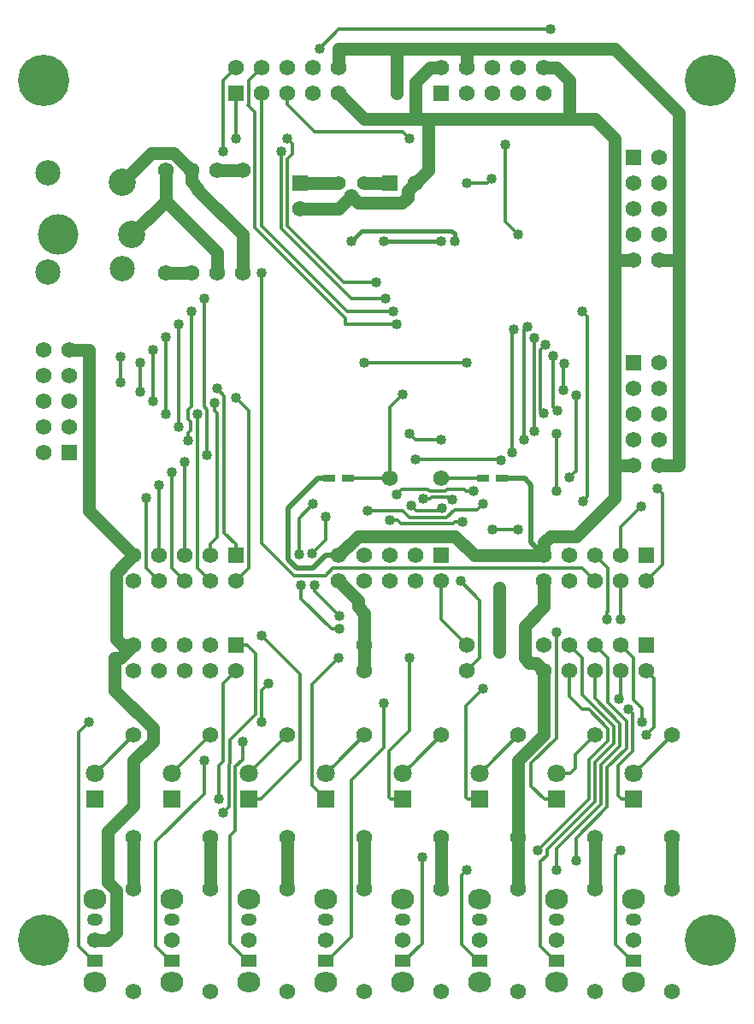
<source format=gbr>
G04 #@! TF.GenerationSoftware,KiCad,Pcbnew,(5.1.2)-2*
G04 #@! TF.CreationDate,2019-07-21T19:43:21-07:00*
G04 #@! TF.ProjectId,300-1004,3330302d-3130-4303-942e-6b696361645f,rev?*
G04 #@! TF.SameCoordinates,Original*
G04 #@! TF.FileFunction,Copper,L2,Bot*
G04 #@! TF.FilePolarity,Positive*
%FSLAX46Y46*%
G04 Gerber Fmt 4.6, Leading zero omitted, Abs format (unit mm)*
G04 Created by KiCad (PCBNEW (5.1.2)-2) date 2019-07-21 19:43:21*
%MOMM*%
%LPD*%
G04 APERTURE LIST*
%ADD10C,1.574800*%
%ADD11C,5.080000*%
%ADD12R,1.200000X0.750000*%
%ADD13O,2.286000X2.000000*%
%ADD14O,1.574800X1.200000*%
%ADD15R,1.574800X1.200000*%
%ADD16R,1.574800X1.574800*%
%ADD17C,1.800000*%
%ADD18R,1.800000X1.800000*%
%ADD19C,2.500000*%
%ADD20C,4.000000*%
%ADD21C,2.700000*%
%ADD22C,1.397000*%
%ADD23C,1.016000*%
%ADD24C,1.270000*%
%ADD25C,0.381000*%
%ADD26C,0.508000*%
%ADD27C,0.304800*%
G04 APERTURE END LIST*
D10*
X158750000Y-107950000D03*
X148590000Y-107950000D03*
X158750000Y-110490000D03*
X148590000Y-110490000D03*
D11*
X182880000Y-52070000D03*
X182880000Y-137160000D03*
X116840000Y-137160000D03*
D12*
X147000000Y-91440000D03*
X145100000Y-91440000D03*
X160340000Y-91440000D03*
X162240000Y-91440000D03*
D11*
X116840000Y-52070000D03*
D13*
X175260000Y-133045200D03*
X175260000Y-141274800D03*
D14*
X175260000Y-135153400D03*
D10*
X175260000Y-137160000D03*
D15*
X175260000Y-139166600D03*
D13*
X167640000Y-133045200D03*
X167640000Y-141274800D03*
D14*
X167640000Y-135153400D03*
D10*
X167640000Y-137160000D03*
D15*
X167640000Y-139166600D03*
D13*
X160020000Y-133045200D03*
X160020000Y-141274800D03*
D14*
X160020000Y-135153400D03*
D10*
X160020000Y-137160000D03*
D15*
X160020000Y-139166600D03*
D13*
X152400000Y-133045200D03*
X152400000Y-141274800D03*
D14*
X152400000Y-135153400D03*
D10*
X152400000Y-137160000D03*
D15*
X152400000Y-139166600D03*
D13*
X144780000Y-133045200D03*
X144780000Y-141274800D03*
D14*
X144780000Y-135153400D03*
D10*
X144780000Y-137160000D03*
D15*
X144780000Y-139166600D03*
D13*
X137160000Y-133045200D03*
X137160000Y-141274800D03*
D14*
X137160000Y-135153400D03*
D10*
X137160000Y-137160000D03*
D15*
X137160000Y-139166600D03*
D13*
X129540000Y-133045200D03*
X129540000Y-141274800D03*
D14*
X129540000Y-135153400D03*
D10*
X129540000Y-137160000D03*
D15*
X129540000Y-139166600D03*
D13*
X121920000Y-133045200D03*
X121920000Y-141274800D03*
D14*
X121920000Y-135153400D03*
D10*
X121920000Y-137160000D03*
D15*
X121920000Y-139166600D03*
D10*
X179070000Y-127000000D03*
X179070000Y-116840000D03*
X171450000Y-127000000D03*
X171450000Y-116840000D03*
X163830000Y-127000000D03*
X163830000Y-116840000D03*
X156210000Y-127000000D03*
X156210000Y-116840000D03*
X148590000Y-127000000D03*
X148590000Y-116840000D03*
X140970000Y-127000000D03*
X140970000Y-116840000D03*
X133350000Y-127000000D03*
X133350000Y-116840000D03*
X125730000Y-127000000D03*
X125730000Y-116840000D03*
X179070000Y-142240000D03*
X179070000Y-132080000D03*
X171450000Y-142240000D03*
X171450000Y-132080000D03*
X163830000Y-142240000D03*
X163830000Y-132080000D03*
X156210000Y-142240000D03*
X156210000Y-132080000D03*
X148590000Y-142240000D03*
X148590000Y-132080000D03*
X140970000Y-142240000D03*
X140970000Y-132080000D03*
X133350000Y-142240000D03*
X133350000Y-132080000D03*
X125730000Y-142240000D03*
X125730000Y-132080000D03*
X125730000Y-110490000D03*
X125730000Y-107950000D03*
X128270000Y-110490000D03*
X128270000Y-107950000D03*
X130810000Y-110490000D03*
X130810000Y-107950000D03*
X133350000Y-110490000D03*
X133350000Y-107950000D03*
X135890000Y-110490000D03*
D16*
X135890000Y-107950000D03*
D10*
X166370000Y-110490000D03*
X166370000Y-107950000D03*
X168910000Y-110490000D03*
X168910000Y-107950000D03*
X171450000Y-110490000D03*
X171450000Y-107950000D03*
X173990000Y-110490000D03*
X173990000Y-107950000D03*
X176530000Y-110490000D03*
D16*
X176530000Y-107950000D03*
D17*
X175260000Y-120650000D03*
D18*
X175260000Y-123190000D03*
D17*
X167640000Y-120650000D03*
D18*
X167640000Y-123190000D03*
D17*
X160020000Y-120650000D03*
D18*
X160020000Y-123190000D03*
D17*
X152400000Y-120650000D03*
D18*
X152400000Y-123190000D03*
D17*
X144780000Y-120650000D03*
D18*
X144780000Y-123190000D03*
D17*
X137160000Y-120650000D03*
D18*
X137160000Y-123190000D03*
D17*
X129540000Y-120650000D03*
D18*
X129540000Y-123190000D03*
D17*
X121920000Y-120650000D03*
D18*
X121920000Y-123190000D03*
D19*
X124600000Y-70710000D03*
X117300000Y-61210000D03*
X117300000Y-71010000D03*
D20*
X118300000Y-67310000D03*
D21*
X124600000Y-62110000D03*
X125550000Y-67310000D03*
D10*
X151130000Y-91440000D03*
X156210000Y-91440000D03*
D22*
X146050000Y-62230000D03*
X147320000Y-63500000D03*
X148590000Y-62230000D03*
D10*
X116840000Y-78740000D03*
X119380000Y-78740000D03*
X116840000Y-81280000D03*
X119380000Y-81280000D03*
X116840000Y-83820000D03*
X119380000Y-83820000D03*
X116840000Y-86360000D03*
X119380000Y-86360000D03*
X116840000Y-88900000D03*
D16*
X119380000Y-88900000D03*
D10*
X146050000Y-50800000D03*
X146050000Y-53340000D03*
X143510000Y-50800000D03*
X143510000Y-53340000D03*
X140970000Y-50800000D03*
X140970000Y-53340000D03*
X138430000Y-50800000D03*
X138430000Y-53340000D03*
X135890000Y-50800000D03*
D16*
X135890000Y-53340000D03*
D10*
X166370000Y-101600000D03*
X166370000Y-99060000D03*
X168910000Y-101600000D03*
X168910000Y-99060000D03*
X171450000Y-101600000D03*
X171450000Y-99060000D03*
X173990000Y-101600000D03*
X173990000Y-99060000D03*
X176530000Y-101600000D03*
D16*
X176530000Y-99060000D03*
D10*
X146050000Y-101600000D03*
X146050000Y-99060000D03*
X148590000Y-101600000D03*
X148590000Y-99060000D03*
X151130000Y-101600000D03*
X151130000Y-99060000D03*
X153670000Y-101600000D03*
X153670000Y-99060000D03*
X156210000Y-101600000D03*
D16*
X156210000Y-99060000D03*
D10*
X125730000Y-101600000D03*
X125730000Y-99060000D03*
X128270000Y-101600000D03*
X128270000Y-99060000D03*
X130810000Y-101600000D03*
X130810000Y-99060000D03*
X133350000Y-101600000D03*
X133350000Y-99060000D03*
X135890000Y-101600000D03*
D16*
X135890000Y-99060000D03*
D10*
X177800000Y-69850000D03*
X175260000Y-69850000D03*
X177800000Y-67310000D03*
X175260000Y-67310000D03*
X177800000Y-64770000D03*
X175260000Y-64770000D03*
X177800000Y-62230000D03*
X175260000Y-62230000D03*
X177800000Y-59690000D03*
D16*
X175260000Y-59690000D03*
D10*
X177800000Y-90170000D03*
X175260000Y-90170000D03*
X177800000Y-87630000D03*
X175260000Y-87630000D03*
X177800000Y-85090000D03*
X175260000Y-85090000D03*
X177800000Y-82550000D03*
X175260000Y-82550000D03*
X177800000Y-80010000D03*
D16*
X175260000Y-80010000D03*
D10*
X166370000Y-50800000D03*
X166370000Y-53340000D03*
X163830000Y-50800000D03*
X163830000Y-53340000D03*
X161290000Y-50800000D03*
X161290000Y-53340000D03*
X158750000Y-50800000D03*
X158750000Y-53340000D03*
X156210000Y-50800000D03*
D16*
X156210000Y-53340000D03*
D10*
X131445000Y-71120000D03*
X131445000Y-60960000D03*
X136525000Y-71120000D03*
X136525000Y-60960000D03*
X128905000Y-71120000D03*
X128905000Y-60960000D03*
X133985000Y-71120000D03*
X133985000Y-60960000D03*
X142240000Y-64770000D03*
D16*
X142240000Y-62230000D03*
X151130000Y-62230000D03*
D10*
X153670000Y-62230000D03*
D23*
X147320000Y-67945000D03*
X157530813Y-67945000D03*
X151765000Y-53340000D03*
X156210000Y-67945000D03*
X150495000Y-67945000D03*
X161925000Y-108585000D03*
X161925000Y-102235000D03*
X153035000Y-86995000D03*
X156210000Y-87630000D03*
X152389218Y-83155626D03*
X144145000Y-48895000D03*
X167005000Y-46990000D03*
X148590000Y-80010000D03*
X158750000Y-80010000D03*
X163830000Y-67310000D03*
X162560000Y-58420000D03*
X158750000Y-62230000D03*
X161208617Y-61818407D03*
X153035000Y-57785000D03*
X163195000Y-88900000D03*
X163434861Y-76674831D03*
X164733045Y-76431404D03*
X164435919Y-87656075D03*
X165467515Y-77529173D03*
X165419307Y-86774321D03*
X166579280Y-78242280D03*
X166406590Y-85031575D03*
X167296859Y-79351164D03*
X167701186Y-84769728D03*
X168317917Y-82696317D03*
X168418651Y-80048391D03*
X127000000Y-93345000D03*
X128270000Y-92075000D03*
X129540000Y-90805000D03*
X130810000Y-89839790D03*
X132080000Y-85090000D03*
X133775382Y-83995460D03*
X135890000Y-83489790D03*
X133985000Y-82550000D03*
X161290000Y-96520000D03*
X163830000Y-96520000D03*
X160324790Y-93980000D03*
X148916172Y-94610962D03*
X159385000Y-92710000D03*
X151765000Y-93014790D03*
X158315923Y-95732559D03*
X151135314Y-95580210D03*
X157279251Y-93500556D03*
X154427786Y-93472858D03*
X156266002Y-94347829D03*
X153284823Y-94134808D03*
X153670000Y-89535000D03*
X162100594Y-89639471D03*
X158115000Y-101600000D03*
X144780000Y-95250000D03*
X172670046Y-105362405D03*
X146097622Y-105028979D03*
X143678838Y-102006421D03*
X143438159Y-98893143D03*
X143510000Y-93980000D03*
X173990000Y-105410000D03*
X146097507Y-106349790D03*
X142358027Y-102006420D03*
X142118626Y-98951251D03*
X170180000Y-74930000D03*
X170247022Y-93675210D03*
X176025577Y-94205592D03*
X169545000Y-83185000D03*
X177627643Y-92442629D03*
X168915314Y-91343476D03*
X167640000Y-86995000D03*
X167640000Y-92710000D03*
X151765000Y-76200000D03*
X151499887Y-74906069D03*
X140335000Y-59055000D03*
X134620000Y-59055000D03*
X150704790Y-73660000D03*
X140970000Y-57785000D03*
X135890000Y-57785000D03*
X149812493Y-72059790D03*
X124460000Y-81915000D03*
X124460000Y-79375000D03*
X126365000Y-80010000D03*
X126365000Y-82880210D03*
X127635000Y-78740000D03*
X127635000Y-83820000D03*
X128905000Y-77470000D03*
X128905000Y-85090000D03*
X130175000Y-76200000D03*
X130175000Y-86360000D03*
X131445000Y-74930000D03*
X131114790Y-87697022D03*
X132715000Y-73660000D03*
X133045210Y-89116200D03*
X134620000Y-124510813D03*
X134227978Y-123190000D03*
X138430000Y-107010210D03*
X146050000Y-109220000D03*
X153035000Y-109220000D03*
X160386532Y-112221546D03*
X167640000Y-106680000D03*
X174722531Y-114256158D03*
X165735000Y-128270000D03*
X173990000Y-128270000D03*
X167640000Y-130175000D03*
X158750000Y-130175000D03*
X154305000Y-128905000D03*
X169545000Y-129235210D03*
X150495000Y-113665000D03*
X173805015Y-113306048D03*
X136525000Y-117475000D03*
X176123650Y-115572255D03*
X176530000Y-116840000D03*
X132715000Y-119380000D03*
X139065000Y-111760000D03*
X138430000Y-115570000D03*
X121285000Y-115570000D03*
X138430000Y-71120000D03*
D24*
X177800000Y-90170000D02*
X179705000Y-90170000D01*
X179705000Y-90170000D02*
X179705000Y-69850000D01*
X179705000Y-69850000D02*
X177800000Y-69850000D01*
X179705000Y-69850000D02*
X179705000Y-55245000D01*
X179705000Y-55245000D02*
X173355000Y-48895000D01*
X173355000Y-48895000D02*
X158750000Y-48895000D01*
X158750000Y-50800000D02*
X158750000Y-48895000D01*
X146050000Y-48895000D02*
X146050000Y-50800000D01*
X148590000Y-62230000D02*
X151130000Y-62230000D01*
X133350000Y-132080000D02*
X133350000Y-127000000D01*
X125730000Y-132080000D02*
X125730000Y-127000000D01*
X140970000Y-132080000D02*
X140970000Y-127000000D01*
X148590000Y-132080000D02*
X148590000Y-127000000D01*
X156210000Y-132080000D02*
X156210000Y-127000000D01*
X179070000Y-132080000D02*
X179070000Y-127000000D01*
X171450000Y-132080000D02*
X171450000Y-127000000D01*
X163830000Y-132080000D02*
X163830000Y-127000000D01*
X166370000Y-116856258D02*
X166370000Y-110490000D01*
X163830000Y-127000000D02*
X163830000Y-119396258D01*
X163830000Y-119396258D02*
X166370000Y-116856258D01*
X165582601Y-109702601D02*
X164947601Y-109702601D01*
X166370000Y-110490000D02*
X165582601Y-109702601D01*
X164947601Y-109702601D02*
X164465000Y-109220000D01*
X164465000Y-109220000D02*
X164465000Y-106045000D01*
X166370000Y-104140000D02*
X166370000Y-101600000D01*
X164465000Y-106045000D02*
X166370000Y-104140000D01*
D25*
X157245932Y-66941699D02*
X157530813Y-67226580D01*
X157530813Y-67226580D02*
X157530813Y-67945000D01*
X148323301Y-66941699D02*
X157245932Y-66941699D01*
X147320000Y-67945000D02*
X148323301Y-66941699D01*
D24*
X158750000Y-48895000D02*
X151765000Y-48895000D01*
X151765000Y-48895000D02*
X146050000Y-48895000D01*
X151765000Y-48895000D02*
X151765000Y-53340000D01*
X148590000Y-110490000D02*
X148590000Y-107950000D01*
X148590000Y-107950000D02*
X148590000Y-104775000D01*
X148590000Y-104775000D02*
X147955000Y-104140000D01*
X147955000Y-103505000D02*
X146050000Y-101600000D01*
X147955000Y-104140000D02*
X147955000Y-103505000D01*
X128905000Y-71120000D02*
X131445000Y-71120000D01*
X125730000Y-107950000D02*
X124616449Y-107950000D01*
X124942601Y-99847399D02*
X125730000Y-99060000D01*
X124002799Y-100787201D02*
X124942601Y-99847399D01*
X124002799Y-107336350D02*
X124002799Y-100787201D01*
X124616449Y-107950000D02*
X124002799Y-107336350D01*
X119380000Y-78740000D02*
X121285000Y-78740000D01*
X121285000Y-94615000D02*
X125730000Y-99060000D01*
X121285000Y-78740000D02*
X121285000Y-94615000D01*
X173355000Y-90170000D02*
X175260000Y-90170000D01*
X173355000Y-93345000D02*
X173355000Y-90170000D01*
X169545000Y-97155000D02*
X173355000Y-93345000D01*
X167005000Y-97155000D02*
X169545000Y-97155000D01*
X166370000Y-99060000D02*
X166370000Y-97790000D01*
X166370000Y-97790000D02*
X167005000Y-97155000D01*
X173355000Y-90170000D02*
X173355000Y-69850000D01*
X173355000Y-69850000D02*
X175260000Y-69850000D01*
X173355000Y-69850000D02*
X173355000Y-57785000D01*
X173355000Y-57785000D02*
X171450000Y-55880000D01*
X168910000Y-52070000D02*
X168910000Y-55880000D01*
X167640000Y-50800000D02*
X168910000Y-52070000D01*
X166370000Y-50800000D02*
X167640000Y-50800000D01*
X171450000Y-55880000D02*
X168910000Y-55880000D01*
X146050000Y-64770000D02*
X147320000Y-63500000D01*
X142240000Y-64770000D02*
X146050000Y-64770000D01*
X159500618Y-99060000D02*
X165256449Y-99060000D01*
X157595618Y-97155000D02*
X159500618Y-99060000D01*
X165256449Y-99060000D02*
X166370000Y-99060000D01*
X146050000Y-99060000D02*
X147955000Y-97155000D01*
X147955000Y-97155000D02*
X157595618Y-97155000D01*
X127635000Y-116188742D02*
X123841258Y-112395000D01*
X127635000Y-117475000D02*
X127635000Y-116188742D01*
X125730000Y-119380000D02*
X127635000Y-117475000D01*
X123841258Y-109236258D02*
X124443742Y-109236258D01*
X125730000Y-123825000D02*
X125730000Y-119380000D01*
X124443742Y-109236258D02*
X125730000Y-107950000D01*
X121920000Y-137160000D02*
X123190000Y-137160000D01*
X123190000Y-137160000D02*
X124002810Y-136347190D01*
X124002810Y-136347190D02*
X124002810Y-132241705D01*
X123841258Y-112395000D02*
X123841258Y-109236258D01*
X124002810Y-132241705D02*
X123190000Y-131428895D01*
X123190000Y-131428895D02*
X123190000Y-126365000D01*
X123190000Y-126365000D02*
X125730000Y-123825000D01*
X152882601Y-63017399D02*
X153670000Y-62230000D01*
X152882601Y-63652399D02*
X152882601Y-63017399D01*
X152336501Y-64198499D02*
X152882601Y-63652399D01*
X148018499Y-64198499D02*
X152336501Y-64198499D01*
X147320000Y-63500000D02*
X148018499Y-64198499D01*
D25*
X156210000Y-67945000D02*
X150495000Y-67945000D01*
D24*
X168910000Y-55880000D02*
X154940000Y-55880000D01*
X154940000Y-55880000D02*
X153670000Y-55880000D01*
X156210000Y-50800000D02*
X155096449Y-50800000D01*
X155096449Y-50800000D02*
X153670000Y-52226449D01*
X153670000Y-52226449D02*
X153670000Y-55880000D01*
X148590000Y-55880000D02*
X146837399Y-54127399D01*
X146837399Y-54127399D02*
X146050000Y-53340000D01*
X153670000Y-55880000D02*
X148590000Y-55880000D01*
D26*
X162240000Y-91440000D02*
X164465000Y-91440000D01*
X164465000Y-91440000D02*
X165100000Y-92075000D01*
X165100000Y-97790000D02*
X166370000Y-99060000D01*
X165100000Y-92075000D02*
X165100000Y-97790000D01*
X141918509Y-100330000D02*
X143510000Y-100330000D01*
X141051825Y-99463316D02*
X141918509Y-100330000D01*
X143510000Y-100330000D02*
X144780000Y-99060000D01*
X141051825Y-94380175D02*
X141051825Y-99463316D01*
X143992000Y-91440000D02*
X141051825Y-94380175D01*
X145100000Y-91440000D02*
X143992000Y-91440000D01*
X144780000Y-99060000D02*
X146050000Y-99060000D01*
D24*
X153670000Y-62230000D02*
X154940000Y-60960000D01*
X154940000Y-60960000D02*
X154940000Y-55880000D01*
X161925000Y-108585000D02*
X161925000Y-102235000D01*
D27*
X159435200Y-91440000D02*
X156210000Y-91440000D01*
X160340000Y-91440000D02*
X159435200Y-91440000D01*
X153670000Y-87630000D02*
X156210000Y-87630000D01*
X153035000Y-86995000D02*
X153670000Y-87630000D01*
X147000000Y-91440000D02*
X151130000Y-91440000D01*
X151881219Y-83663625D02*
X152389218Y-83155626D01*
X151130000Y-91440000D02*
X151130000Y-84414844D01*
X151130000Y-84414844D02*
X151881219Y-83663625D01*
X144145000Y-48895000D02*
X146050000Y-46990000D01*
X146050000Y-46990000D02*
X167005000Y-46990000D01*
X148590000Y-80010000D02*
X158750000Y-80010000D01*
X163830000Y-67310000D02*
X162560000Y-66040000D01*
X162560000Y-66040000D02*
X162560000Y-58420000D01*
X160797024Y-62230000D02*
X161208617Y-61818407D01*
X158750000Y-62230000D02*
X160797024Y-62230000D01*
X140970000Y-54453551D02*
X143666449Y-57150000D01*
X140970000Y-53340000D02*
X140970000Y-54453551D01*
X152400000Y-57150000D02*
X153035000Y-57785000D01*
X143666449Y-57150000D02*
X152400000Y-57150000D01*
X163195000Y-88900000D02*
X163195000Y-76914692D01*
X163195000Y-76914692D02*
X163434861Y-76674831D01*
X164733045Y-76431404D02*
X164435919Y-76728530D01*
X164435919Y-76728530D02*
X164435919Y-86937655D01*
X164435919Y-86937655D02*
X164435919Y-87656075D01*
X165467515Y-77529173D02*
X165467515Y-78247593D01*
X165467515Y-78247593D02*
X165419307Y-78295801D01*
X165419307Y-86055901D02*
X165419307Y-86774321D01*
X165419307Y-78295801D02*
X165419307Y-86055901D01*
X166071281Y-78750279D02*
X166071281Y-84696266D01*
X166071281Y-84696266D02*
X166406590Y-85031575D01*
X166579280Y-78242280D02*
X166071281Y-78750279D01*
X167296859Y-84365401D02*
X167701186Y-84769728D01*
X167296859Y-79351164D02*
X167296859Y-84365401D01*
X168317917Y-80149125D02*
X168418651Y-80048391D01*
X168317917Y-82696317D02*
X168317917Y-80149125D01*
X127000000Y-100330000D02*
X128270000Y-101600000D01*
X127000000Y-93345000D02*
X127000000Y-100330000D01*
X128270000Y-92075000D02*
X128270000Y-99060000D01*
X129540000Y-100330000D02*
X130810000Y-101600000D01*
X129540000Y-90805000D02*
X129540000Y-100330000D01*
X130810000Y-99060000D02*
X130810000Y-89839790D01*
X132080000Y-100330000D02*
X133350000Y-101600000D01*
X132080000Y-85090000D02*
X132080000Y-100330000D01*
X133350000Y-99060000D02*
X133350000Y-97946449D01*
X133350000Y-97946449D02*
X134010412Y-97286037D01*
X133775382Y-84713880D02*
X133775382Y-83995460D01*
X134010412Y-84948910D02*
X133775382Y-84713880D01*
X134010412Y-97286037D02*
X134010412Y-84948910D01*
X137160000Y-84759790D02*
X136397999Y-83997789D01*
X136397999Y-83997789D02*
X135890000Y-83489790D01*
X137160000Y-100330000D02*
X137160000Y-84759790D01*
X135890000Y-101600000D02*
X137160000Y-100330000D01*
X135890000Y-97967800D02*
X135890000Y-99060000D01*
X134740583Y-83305583D02*
X134740583Y-96818383D01*
X134740583Y-96818383D02*
X135890000Y-97967800D01*
X133985000Y-82550000D02*
X134740583Y-83305583D01*
X161290000Y-96520000D02*
X163830000Y-96520000D01*
X160324790Y-93980000D02*
X159789208Y-94515582D01*
X159789208Y-94515582D02*
X157526749Y-94515582D01*
X157526749Y-94515582D02*
X156729300Y-95313031D01*
X156729300Y-95313031D02*
X153098031Y-95313031D01*
X149634592Y-94610962D02*
X148916172Y-94610962D01*
X153098031Y-95313031D02*
X152395962Y-94610962D01*
X152395962Y-94610962D02*
X149634592Y-94610962D01*
X158491934Y-92535354D02*
X156815953Y-92535354D01*
X155093406Y-92709978D02*
X154890219Y-92506791D01*
X159385000Y-92710000D02*
X158666580Y-92710000D01*
X158666580Y-92710000D02*
X158491934Y-92535354D01*
X156815953Y-92535354D02*
X156641329Y-92709978D01*
X156641329Y-92709978D02*
X155093406Y-92709978D01*
X154890219Y-92506791D02*
X152272999Y-92506791D01*
X152272999Y-92506791D02*
X151765000Y-93014790D01*
X157407420Y-95922642D02*
X152196166Y-95922642D01*
X158315923Y-95732559D02*
X157597503Y-95732559D01*
X152196166Y-95922642D02*
X151853734Y-95580210D01*
X157597503Y-95732559D02*
X157407420Y-95922642D01*
X151853734Y-95580210D02*
X151135314Y-95580210D01*
X155299475Y-93319589D02*
X157098284Y-93319589D01*
X157098284Y-93319589D02*
X157279251Y-93500556D01*
X155146206Y-93472858D02*
X155299475Y-93319589D01*
X154427786Y-93472858D02*
X155146206Y-93472858D01*
X153284823Y-94134808D02*
X153792822Y-94642807D01*
X153792822Y-94642807D02*
X155971024Y-94642807D01*
X155971024Y-94642807D02*
X156266002Y-94347829D01*
X156210000Y-105410000D02*
X158750000Y-107950000D01*
X156210000Y-101600000D02*
X156210000Y-105410000D01*
X161996123Y-89535000D02*
X162100594Y-89639471D01*
X153670000Y-89535000D02*
X161996123Y-89535000D01*
X158750000Y-110490000D02*
X160020000Y-109220000D01*
X160020000Y-103505000D02*
X158115000Y-101600000D01*
X160020000Y-109220000D02*
X160020000Y-103505000D01*
X172670046Y-104643985D02*
X172670046Y-105362405D01*
X172720000Y-104594031D02*
X172670046Y-104643985D01*
X172720000Y-100330000D02*
X172720000Y-104594031D01*
X171450000Y-99060000D02*
X172720000Y-100330000D01*
X146097622Y-105028979D02*
X143678838Y-102610195D01*
X143678838Y-102610195D02*
X143678838Y-102006421D01*
X144780000Y-95250000D02*
X144780000Y-97551302D01*
X144780000Y-97551302D02*
X143946158Y-98385144D01*
X143946158Y-98385144D02*
X143438159Y-98893143D01*
X173990000Y-105410000D02*
X173990000Y-101600000D01*
X146097507Y-106349790D02*
X145379087Y-106349790D01*
X145379087Y-106349790D02*
X142358027Y-103328730D01*
X142358027Y-102724840D02*
X142358027Y-102006420D01*
X142358027Y-103328730D02*
X142358027Y-102724840D01*
X142118626Y-95371374D02*
X142118626Y-98232831D01*
X143510000Y-93980000D02*
X142118626Y-95371374D01*
X142118626Y-98232831D02*
X142118626Y-98951251D01*
X173990000Y-99060000D02*
X173990000Y-96241169D01*
X170180000Y-74930000D02*
X170687999Y-75437999D01*
X170687999Y-75437999D02*
X170687999Y-93234233D01*
X175517578Y-94713591D02*
X176025577Y-94205592D01*
X173990000Y-96241169D02*
X175517578Y-94713591D01*
X170687999Y-93234233D02*
X170247022Y-93675210D01*
X169545000Y-83185000D02*
X169545000Y-90713790D01*
X178135642Y-99994358D02*
X178135642Y-92950628D01*
X176530000Y-101600000D02*
X178135642Y-99994358D01*
X169423313Y-90835477D02*
X168915314Y-91343476D01*
X178135642Y-92950628D02*
X177627643Y-92442629D01*
X169545000Y-90713790D02*
X169423313Y-90835477D01*
X167640000Y-86995000D02*
X167640000Y-92710000D01*
X137160000Y-52070000D02*
X138430000Y-50800000D01*
X137160000Y-54467762D02*
X137160000Y-52070000D01*
X146685000Y-76200000D02*
X146685000Y-75565000D01*
X151765000Y-76200000D02*
X146685000Y-76200000D01*
X146685000Y-75565000D02*
X137769601Y-66649601D01*
X137769601Y-66649601D02*
X137769601Y-55219601D01*
X137769601Y-55219601D02*
X137088881Y-54538881D01*
X137088881Y-54538881D02*
X137160000Y-54467762D01*
X138430000Y-53340000D02*
X138430000Y-66447880D01*
X138430000Y-66447880D02*
X146888189Y-74906069D01*
X150781467Y-74906069D02*
X151499887Y-74906069D01*
X146888189Y-74906069D02*
X150781467Y-74906069D01*
X135102601Y-51587399D02*
X135890000Y-50800000D01*
X134620000Y-52070000D02*
X135102601Y-51587399D01*
X134620000Y-59055000D02*
X134620000Y-52070000D01*
X147320000Y-73660000D02*
X149986370Y-73660000D01*
X149986370Y-73660000D02*
X150704790Y-73660000D01*
X140335000Y-66675000D02*
X147320000Y-73660000D01*
X140335000Y-59055000D02*
X140335000Y-66675000D01*
X135890000Y-57785000D02*
X135890000Y-53340000D01*
X141477999Y-59340501D02*
X140970000Y-59848500D01*
X146581910Y-72059790D02*
X149094073Y-72059790D01*
X149094073Y-72059790D02*
X149812493Y-72059790D01*
X140970000Y-66447880D02*
X146581910Y-72059790D01*
X140970000Y-59848500D02*
X140970000Y-66447880D01*
X141477999Y-58292999D02*
X141477999Y-59340501D01*
X140970000Y-57785000D02*
X141477999Y-58292999D01*
X124460000Y-81915000D02*
X124460000Y-79375000D01*
X126365000Y-80010000D02*
X126365000Y-82880210D01*
X127635000Y-78740000D02*
X127635000Y-83820000D01*
X128905000Y-77470000D02*
X128905000Y-85090000D01*
X130175000Y-76200000D02*
X130175000Y-86360000D01*
X131445000Y-74930000D02*
X131445000Y-84296502D01*
X131114799Y-84626703D02*
X131114799Y-85553297D01*
X131114799Y-85553297D02*
X131397493Y-85835991D01*
X131114790Y-86978602D02*
X131114790Y-87697022D01*
X131397493Y-86695899D02*
X131114790Y-86978602D01*
X131397493Y-85835991D02*
X131397493Y-86695899D01*
X131445000Y-84296502D02*
X131114799Y-84626703D01*
X133045210Y-84626712D02*
X133045210Y-88397780D01*
X132715000Y-73660000D02*
X132715000Y-84296502D01*
X133045210Y-88397780D02*
X133045210Y-89116200D01*
X132715000Y-84296502D02*
X133045210Y-84626712D01*
X122819999Y-119750001D02*
X125730000Y-116840000D01*
X121920000Y-120650000D02*
X122819999Y-119750001D01*
X135280389Y-117291113D02*
X135280389Y-119658833D01*
X135127999Y-124002814D02*
X134620000Y-124510813D01*
X137820389Y-114751113D02*
X135280389Y-117291113D01*
X135193188Y-119746034D02*
X135193188Y-123937625D01*
X135193188Y-123937625D02*
X135127999Y-124002814D01*
X136982200Y-107950000D02*
X137820389Y-108788189D01*
X135890000Y-107950000D02*
X136982200Y-107950000D01*
X137820389Y-108788189D02*
X137820389Y-114751113D01*
X135280389Y-119658833D02*
X135193188Y-119746034D01*
X129540000Y-120650000D02*
X133350000Y-116840000D01*
X134620000Y-111760000D02*
X134620000Y-119457102D01*
X134227978Y-119849124D02*
X134227978Y-122471580D01*
X135890000Y-110490000D02*
X134620000Y-111760000D01*
X134227978Y-122471580D02*
X134227978Y-123190000D01*
X134620000Y-119457102D02*
X134227978Y-119849124D01*
X137160000Y-120650000D02*
X140970000Y-116840000D01*
X142240000Y-119314800D02*
X142240000Y-110820210D01*
X138364800Y-123190000D02*
X142240000Y-119314800D01*
X138937999Y-107518209D02*
X138430000Y-107010210D01*
X142240000Y-110820210D02*
X138937999Y-107518209D01*
X137160000Y-123190000D02*
X138364800Y-123190000D01*
X145679999Y-119750001D02*
X148590000Y-116840000D01*
X144780000Y-120650000D02*
X145679999Y-119750001D01*
X143422799Y-111847201D02*
X143422799Y-121832799D01*
X146050000Y-109220000D02*
X143422799Y-111847201D01*
X143422799Y-121832799D02*
X144780000Y-123190000D01*
X153299999Y-119750001D02*
X156210000Y-116840000D01*
X152400000Y-120650000D02*
X153299999Y-119750001D01*
X153035000Y-109220000D02*
X153035000Y-116432120D01*
X151195200Y-123190000D02*
X152400000Y-123190000D01*
X153035000Y-116432120D02*
X151042799Y-118424321D01*
X151042799Y-123037599D02*
X151195200Y-123190000D01*
X151042799Y-118424321D02*
X151042799Y-123037599D01*
X160919999Y-119750001D02*
X163830000Y-116840000D01*
X160020000Y-120650000D02*
X160919999Y-119750001D01*
X158662799Y-113945279D02*
X159878533Y-112729545D01*
X159878533Y-112729545D02*
X160386532Y-112221546D01*
X160020000Y-123190000D02*
X158815200Y-123190000D01*
X158662799Y-123037599D02*
X158662799Y-113945279D01*
X158815200Y-123190000D02*
X158662799Y-123037599D01*
X169519611Y-120163851D02*
X169519611Y-118770389D01*
X170662601Y-117627399D02*
X171450000Y-116840000D01*
X167640000Y-120650000D02*
X169033462Y-120650000D01*
X169033462Y-120650000D02*
X169519611Y-120163851D01*
X169519611Y-118770389D02*
X170662601Y-117627399D01*
X167640000Y-117130876D02*
X167640000Y-107398420D01*
X167640000Y-107398420D02*
X167640000Y-106680000D01*
X165125399Y-121880199D02*
X165125399Y-119645477D01*
X166435200Y-123190000D02*
X165125399Y-121880199D01*
X167640000Y-123190000D02*
X166435200Y-123190000D01*
X165125399Y-119645477D02*
X167640000Y-117130876D01*
X175260000Y-120650000D02*
X176159999Y-119750001D01*
X176159999Y-119750001D02*
X179070000Y-116840000D01*
X174055200Y-123190000D02*
X173730036Y-122864836D01*
X173730036Y-119850454D02*
X175158440Y-118422048D01*
X173730036Y-122864836D02*
X173730036Y-119850454D01*
X175158441Y-114692068D02*
X174722531Y-114256158D01*
X175158440Y-118422048D02*
X175158441Y-114692068D01*
X175260000Y-123190000D02*
X174055200Y-123190000D01*
X168910000Y-110490000D02*
X168910000Y-113030000D01*
X168910000Y-113030000D02*
X170205399Y-114325399D01*
X170205399Y-114325399D02*
X170840399Y-114325399D01*
X170840399Y-114325399D02*
X172720000Y-116205000D01*
X172720000Y-116205000D02*
X172720000Y-117412010D01*
X172720000Y-117412010D02*
X170815000Y-119317010D01*
X170815000Y-119317010D02*
X170815000Y-123190002D01*
X165735002Y-128270000D02*
X165735000Y-128270000D01*
X170815000Y-123190002D02*
X165735002Y-128270000D01*
X175072600Y-139166600D02*
X175260000Y-139166600D01*
X173482001Y-137576001D02*
X175072600Y-139166600D01*
X173482001Y-128777999D02*
X173482001Y-137576001D01*
X173990000Y-128270000D02*
X173482001Y-128777999D01*
X171424610Y-123442512D02*
X166700202Y-128166920D01*
X168910000Y-107950000D02*
X170180000Y-109220000D01*
X166039790Y-137753790D02*
X167452600Y-139166600D01*
X170180000Y-109220000D02*
X170180000Y-112802880D01*
X166700202Y-128733298D02*
X166039790Y-129393710D01*
X166700202Y-128166920D02*
X166700202Y-128733298D01*
X166039790Y-129393710D02*
X166039790Y-137753790D01*
X173329611Y-115952491D02*
X173329610Y-117664520D01*
X171424611Y-119569519D02*
X171424610Y-123442512D01*
X173329610Y-117664520D02*
X171424611Y-119569519D01*
X167452600Y-139166600D02*
X167640000Y-139166600D01*
X170180000Y-112802880D02*
X173329611Y-115952491D01*
X159832600Y-139166600D02*
X160020000Y-139166600D01*
X158242001Y-137576001D02*
X159832600Y-139166600D01*
X158242001Y-130682999D02*
X158242001Y-137576001D01*
X158750000Y-130175000D02*
X158242001Y-130682999D01*
X173939220Y-117917030D02*
X172034222Y-119822028D01*
X173939222Y-115699982D02*
X173939220Y-117917030D01*
X167640000Y-129456580D02*
X167640000Y-130175000D01*
X167640000Y-128089240D02*
X167640000Y-129456580D01*
X172034220Y-123695020D02*
X167640000Y-128089240D01*
X172034222Y-119822028D02*
X172034220Y-123695020D01*
X171450000Y-113210760D02*
X173939222Y-115699982D01*
X171450000Y-110490000D02*
X171450000Y-113210760D01*
X152587400Y-139166600D02*
X152400000Y-139166600D01*
X154305000Y-137449000D02*
X152587400Y-139166600D01*
X154305000Y-128905000D02*
X154305000Y-137449000D01*
X172720000Y-109220000D02*
X172720000Y-113618640D01*
X174548830Y-118169540D02*
X172643832Y-120074538D01*
X172720000Y-113618640D02*
X174548832Y-115447472D01*
X169545000Y-127046360D02*
X169545000Y-128516790D01*
X172643830Y-123947530D02*
X169545000Y-127046360D01*
X169545000Y-128516790D02*
X169545000Y-129235210D01*
X172643832Y-120074538D02*
X172643830Y-123947530D01*
X174548832Y-115952492D02*
X174548830Y-118169540D01*
X174548832Y-115447472D02*
X174548832Y-115952492D01*
X171450000Y-107950000D02*
X172720000Y-109220000D01*
X150495000Y-113665000D02*
X150495000Y-118110000D01*
X150495000Y-118110000D02*
X147320000Y-121285000D01*
X144967400Y-139166600D02*
X144780000Y-139166600D01*
X147320000Y-136814000D02*
X144967400Y-139166600D01*
X147320000Y-121285000D02*
X147320000Y-136814000D01*
X173990000Y-110490000D02*
X173990000Y-113121063D01*
X173990000Y-113121063D02*
X173805015Y-113306048D01*
X135802799Y-119998543D02*
X135802799Y-126277799D01*
X136525000Y-119276342D02*
X135802799Y-119998543D01*
X136525000Y-117475000D02*
X136525000Y-119276342D01*
X135802799Y-126277799D02*
X135255000Y-126825598D01*
X136972600Y-139166600D02*
X137160000Y-139166600D01*
X135255000Y-137449000D02*
X136972600Y-139166600D01*
X135255000Y-126825598D02*
X135255000Y-137449000D01*
X175260000Y-109220000D02*
X175260000Y-113365127D01*
X176123650Y-114228777D02*
X176123650Y-114853835D01*
X173990000Y-107950000D02*
X175260000Y-109220000D01*
X176123650Y-114853835D02*
X176123650Y-115572255D01*
X175260000Y-113365127D02*
X176123650Y-114228777D01*
X129352600Y-139166600D02*
X129540000Y-139166600D01*
X127939790Y-137753790D02*
X129352600Y-139166600D01*
X127939790Y-127413172D02*
X127939790Y-137753790D01*
X132715000Y-122637962D02*
X127939790Y-127413172D01*
X132715000Y-119380000D02*
X132715000Y-122637962D01*
X177317399Y-111277399D02*
X177317399Y-116052601D01*
X177317399Y-116052601D02*
X177037999Y-116332001D01*
X177037999Y-116332001D02*
X176530000Y-116840000D01*
X176530000Y-110490000D02*
X177317399Y-111277399D01*
X139065000Y-111760000D02*
X138430000Y-112395000D01*
X138430000Y-112395000D02*
X138430000Y-115570000D01*
X121732600Y-139166600D02*
X121920000Y-139166600D01*
X120319790Y-137753790D02*
X121732600Y-139166600D01*
X120319790Y-116535210D02*
X120319790Y-137753790D01*
X121285000Y-115570000D02*
X120319790Y-116535210D01*
D24*
X128905000Y-63955000D02*
X125550000Y-67310000D01*
X128905000Y-60960000D02*
X128905000Y-63955000D01*
X133985000Y-69035000D02*
X128905000Y-63955000D01*
X133985000Y-71120000D02*
X133985000Y-69035000D01*
X130657601Y-60172601D02*
X131445000Y-60960000D01*
X129717799Y-59232799D02*
X130657601Y-60172601D01*
X127477201Y-59232799D02*
X129717799Y-59232799D01*
X124600000Y-62110000D02*
X127477201Y-59232799D01*
X136525000Y-67310000D02*
X136525000Y-71120000D01*
X132080000Y-62865000D02*
X136525000Y-67310000D01*
X132080000Y-62708551D02*
X132080000Y-62865000D01*
X131445000Y-60960000D02*
X131445000Y-62073551D01*
X131445000Y-62073551D02*
X132080000Y-62708551D01*
X133985000Y-60960000D02*
X136525000Y-60960000D01*
X142240000Y-62230000D02*
X146050000Y-62230000D01*
D27*
X138430000Y-71120000D02*
X138430000Y-97847295D01*
X170205399Y-100355399D02*
X170662601Y-100812601D01*
X138430000Y-97847295D02*
X141623916Y-101041211D01*
X141623916Y-101041211D02*
X144805399Y-101041211D01*
X144805399Y-101041211D02*
X145491211Y-100355399D01*
X170662601Y-100812601D02*
X171450000Y-101600000D01*
X145491211Y-100355399D02*
X170205399Y-100355399D01*
M02*

</source>
